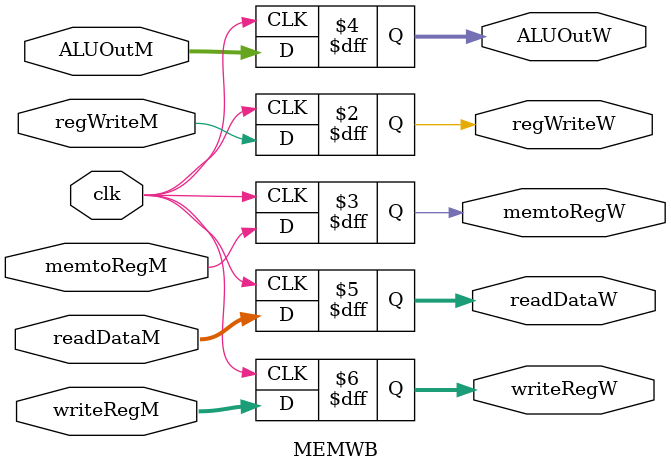
<source format=v>
module IFID(input clk
, input [31:0] instruction
, input [31:0] pc

, output reg [31:0] instruction_out
, output reg [31:0] pc_out
, output reg [3:0] counter);
    reg flag = 0; 
    reg [31:0] cycle;
    initial begin 
        counter = 3; 
        cycle = 0;
    end 
    always @(posedge clk)
    begin
        cycle = cycle + 1;
        if (counter == 0)
            $display("cycle: %d", cycle);
        if (counter == 0)
            $finish;
        if (flag)
            counter = counter - 1;
        if (instruction == 32'hffffffff) 
            flag = 1;
        else
        begin
            instruction_out <= instruction;
            pc_out <= pc;
        end
    end
endmodule

module IDEX(input clk
, input [4:0] saD
, input isJ
, input isJAL
, input isJR
, input regWriteD
, input memToRegD
, input memWriteD
, input memReadD
, input branchD
, input shiftD
, input [5:0] opD
, input [5:0] funcD
, input aluSrcD
, input regDstD
, input [31:0] pcD
, input [31:0] rd1
, input [31:0] rd2
, input [4:0] rtD
, input [4:0] rdD
, input [31:0] immD
, input [31:0] jAddrD
, input [4:0] rs
, input [4:0] rt

, output reg [4:0] saE
, output reg isJE
, output reg isJALE
, output reg isJRE
, output reg regWriteE
, output reg memToRegE
, output reg memWriteE
, output reg memReadE
, output reg branchE
, output reg shiftE
, output reg [5:0]opE
, output reg [5:0]funcE
, output reg aluSrcE
, output reg regDstE
, output reg [31:0] pcE
, output reg [31:0] rd1E
, output reg [31:0] rd2E
, output reg [4:0] rtE
, output reg [4:0] rdE
, output reg [31:0] immE
, output reg [31:0] jAddrE
, output reg [4:0] rsO
, output reg [4:0] rtO);
    always @(posedge clk)
    begin
        begin
            saE <= saD;
            isJE <= isJ;
            isJALE <= isJAL;
            isJRE <= isJR;
            regWriteE <= regWriteD;
            memToRegE <= memToRegD;
            memWriteE <= memWriteD;
            memReadE <= memReadD;
            branchE <= branchD;
            shiftE <= shiftD;
            opE <= opD;
            funcE <= funcD;
            aluSrcE <= aluSrcD;
            regDstE <= regDstD;
            pcE <= pcD;
            rd1E <= rd1;
            rd2E <= rd2;
            rtE <= rtD;
            rdE <= rdD;
            immE <= immD;
            jAddrE <= jAddrD;
            rsO <= rs;
            rtO <= rt;
        end
    end    
endmodule
module EXMEM(input clk
, input isJ
, input isJAL
, input isJR
, input regWriteE
, input memToRegE
, input memWriteE
, input memReadE
, input branchE
, input ZeroE
, input [31:0] ALUOutE
, input [31:0] writeDataE
, input [4:0] writeRegE
, input [31:0] pcE
, input [31:0] ShiftjAddrE
, input [31:0] rd1E

, output reg isJM
, output reg isJALM
, output reg isJRM
, output reg regWriteM
, output reg memToRegM
, output reg memWriteM
, output reg memReadM
, output reg branchM
, output reg ZeroM
, output reg [31:0] ALUOutM
, output reg [31:0] writeDataM
, output reg [4:0] writeRegM
, output reg [31:0] pcM
, output reg [31:0] ShiftjAddrM
, output reg [31:0] rd1M);
    reg [3:0] Counter;
    initial begin
        Counter = 0;// counter for jump and branch
    end
    always @(posedge clk)
    begin
        if (Counter > 0) begin
            Counter = Counter - 1;// decrease one per clock
            isJM <= 0;
            isJALM <= 0;
            isJRM <= 0;
            regWriteM <= 0;
            memToRegM <= 0;
            memWriteM <= 0;
            memReadM <= 0;
            branchM <= 0;
            ZeroM <= 0;
            ALUOutM <= 0;
            writeDataM <= 0;
            writeRegM <= 0;
            pcM <= 0;
            ShiftjAddrM <= 0;
            rd1M <= rd1E;
        end
        else begin
        if ((branchE & ZeroE) | isJAL | isJ | isJR) 
        begin
            Counter = 3;
        end
        isJM <= isJ;
        isJALM <= isJAL;
        isJRM <= isJR;
        regWriteM <= regWriteE;
        memToRegM <= memToRegE;
        memWriteM <= memWriteE;
        memReadM <= memReadE;
        branchM <= branchE;
        ZeroM <= ZeroE;
        ALUOutM <= ALUOutE;
        writeDataM <= writeDataE;
        writeRegM <= writeRegE;
        pcM <= pcE;
        ShiftjAddrM <= ShiftjAddrE;
        rd1M <= rd1E;
        end
    end
endmodule
module MEMWB(input clk
, input regWriteM
, input memtoRegM
, input [31:0] ALUOutM
, input [31:0] readDataM
, input [4:0] writeRegM

, output reg regWriteW
, output reg memtoRegW
, output reg [31:0] ALUOutW
, output reg [31:0] readDataW
, output reg [4:0] writeRegW);
    always @(posedge clk)
    begin
        regWriteW <= regWriteM;
        memtoRegW <= memtoRegM;
        ALUOutW <= ALUOutM;
        readDataW <= readDataM;
        writeRegW <= writeRegM;
    end
endmodule

</source>
